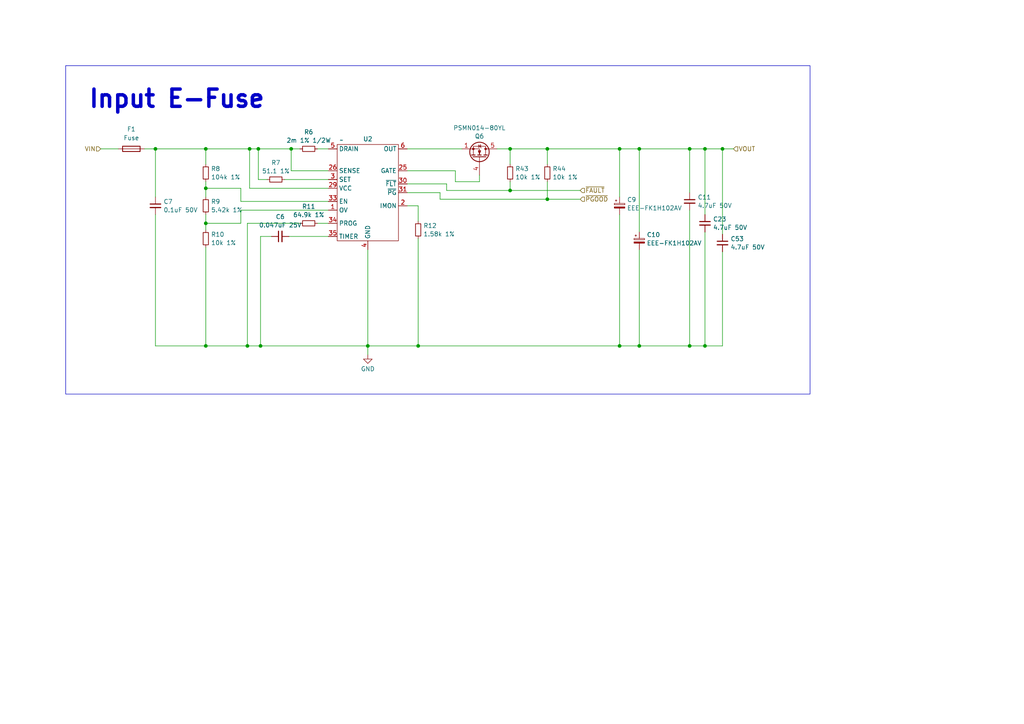
<source format=kicad_sch>
(kicad_sch (version 20230121) (generator eeschema)
  (paper "A4")
  (lib_symbols
    (symbol "Custom Parts:PSMN014-80YL" (pin_names (offset 0) hide)
      (property "Reference" "Q" (at 6.35 2.54 0))
      (property "Value" "PSMN014-80YL" (at 12.7 0 0))
      (symbol "PSMN014-80YL_1_1"
        (polyline (pts (xy -1.27 0) (xy 0.254 0)))
        (polyline (pts (xy 0.762 -1.778) (xy 2.54 -1.778)))
        (polyline (pts (xy 0.762 -1.27) (xy 0.762 -2.286)) (stroke (width 0.254)))
        (polyline (pts (xy 0.762 0) (xy 2.54 0)))
        (polyline (pts (xy 0.762 0.508) (xy 0.762 -0.508)) (stroke (width 0.254)))
        (polyline (pts (xy 0.762 1.778) (xy 2.54 1.778)))
        (polyline (pts (xy 0.762 2.286) (xy 0.762 1.27)) (stroke (width 0.254)))
        (polyline (pts (xy 2.54 -1.778) (xy 2.54 -2.54)))
        (polyline (pts (xy 2.54 -1.778) (xy 2.54 0)))
        (polyline (pts (xy 2.54 2.54) (xy 2.54 1.778)))
        (polyline (pts (xy 0.254 1.905) (xy 0.254 -1.905) (xy 0.254 -1.905)) (stroke (width 0.254)))
        (polyline (pts (xy 1.016 0) (xy 2.032 0.381) (xy 2.032 -0.381) (xy 1.016 0)) (fill (type outline)))
        (polyline (pts (xy 2.54 -1.778) (xy 3.302 -1.778) (xy 3.302 1.778) (xy 2.54 1.778)))
        (polyline (pts (xy 2.794 0.508) (xy 2.921 0.381) (xy 3.683 0.381) (xy 3.81 0.254)))
        (polyline (pts (xy 3.302 0.381) (xy 2.921 -0.254) (xy 3.683 -0.254) (xy 3.302 0.381)))
        (circle (center 1.651 0) (radius 2.8194) (stroke (width 0.254)))
        (circle (center 2.54 -1.778) (radius 0.2794) (fill (type outline)))
        (circle (center 2.54 1.778) (radius 0.2794) (fill (type outline)))
        (pin passive line (at 2.54 -5.08 90) (length 2.54) (name "S") (number "1"))
        (pin passive line (at 2.54 -5.08 90) (length 2.54) hide (name "S") (number "2"))
        (pin passive line (at 2.54 -5.08 90) (length 2.54) hide (name "S") (number "3"))
        (pin passive line (at -5.08 0 0) (length 3.81) (name "G") (number "4"))
        (pin passive line (at 2.54 5.08 270) (length 2.54) (name "D") (number "5"))
      )
    )
    (symbol "Custom Parts:TPS24751RUVR"
      (property "Reference" "U" (at -7.62 15.24 0))
      (symbol "TPS24751RUVR_0_1"
        (polyline (pts (xy -8.89 13.97) (xy -8.89 -13.97) (xy 8.89 -13.97) (xy 8.89 13.97) (xy -8.89 13.97)))
      )
      (symbol "TPS24751RUVR_1_1"
        (pin input line (at -11.43 -5.08 0) (length 2.54) (name "OV") (number "1"))
        (pin input line (at 11.43 12.7 180) (length 2.54) hide (name "OUT") (number "10"))
        (pin input line (at 11.43 12.7 180) (length 2.54) hide (name "OUT") (number "11"))
        (pin input line (at 11.43 12.7 180) (length 2.54) hide (name "OUT") (number "12"))
        (pin input line (at 11.43 12.7 180) (length 2.54) hide (name "OUT") (number "13"))
        (pin input line (at -11.43 12.7 0) (length 2.54) hide (name "DRAIN") (number "14"))
        (pin input line (at -11.43 12.7 0) (length 2.54) hide (name "DRAIN") (number "15"))
        (pin input line (at -11.43 12.7 0) (length 2.54) hide (name "DRAIN") (number "16"))
        (pin input line (at -11.43 12.7 0) (length 2.54) hide (name "DRAIN") (number "17"))
        (pin input line (at -11.43 12.7 0) (length 2.54) hide (name "DRAIN") (number "18"))
        (pin input line (at 11.43 12.7 180) (length 2.54) hide (name "OUT") (number "19"))
        (pin input line (at 11.43 -3.81 180) (length 2.54) (name "IMON") (number "2"))
        (pin input line (at 11.43 12.7 180) (length 2.54) hide (name "OUT") (number "20"))
        (pin input line (at 11.43 12.7 180) (length 2.54) hide (name "OUT") (number "21"))
        (pin input line (at 11.43 12.7 180) (length 2.54) hide (name "OUT") (number "22"))
        (pin input line (at 11.43 12.7 180) (length 2.54) hide (name "OUT") (number "23"))
        (pin input line (at 11.43 12.7 180) (length 2.54) hide (name "OUT") (number "24"))
        (pin input line (at 11.43 6.35 180) (length 2.54) (name "GATE") (number "25"))
        (pin input line (at -11.43 6.35 0) (length 2.54) (name "SENSE") (number "26"))
        (pin input line (at -11.43 12.7 0) (length 2.54) hide (name "DRAIN") (number "27"))
        (pin input line (at 0 -16.51 90) (length 2.54) hide (name "GND") (number "28"))
        (pin input line (at -11.43 1.27 0) (length 2.54) (name "VCC") (number "29"))
        (pin input line (at -11.43 3.81 0) (length 2.54) (name "SET") (number "3"))
        (pin input line (at 11.43 2.54 180) (length 2.54) (name "~{FLT}") (number "30"))
        (pin input line (at 11.43 0 180) (length 2.54) (name "~{PG}") (number "31"))
        (pin input line (at 0 -16.51 90) (length 2.54) hide (name "GND") (number "32"))
        (pin input line (at -11.43 -2.54 0) (length 2.54) (name "EN") (number "33"))
        (pin input line (at -11.43 -8.89 0) (length 2.54) (name "PROG") (number "34"))
        (pin input line (at -11.43 -12.7 0) (length 2.54) (name "TIMER") (number "35"))
        (pin input line (at 0 -16.51 90) (length 2.54) hide (name "GND") (number "36"))
        (pin input line (at 0 -16.51 90) (length 2.54) hide (name "GND") (number "37"))
        (pin input line (at -11.43 12.7 0) (length 2.54) hide (name "DRAIN") (number "38"))
        (pin input line (at 0 -16.51 90) (length 2.54) (name "GND") (number "4"))
        (pin input line (at -11.43 12.7 0) (length 2.54) (name "DRAIN") (number "5"))
        (pin input line (at 11.43 12.7 180) (length 2.54) (name "OUT") (number "6"))
        (pin input line (at 11.43 12.7 180) (length 2.54) hide (name "OUT") (number "7"))
        (pin input line (at 11.43 12.7 180) (length 2.54) hide (name "OUT") (number "8"))
        (pin input line (at 11.43 12.7 180) (length 2.54) hide (name "OUT") (number "9"))
      )
    )
    (symbol "Device:C_Polarized_Small" (pin_numbers hide) (pin_names (offset 0.254) hide)
      (property "Reference" "C" (at 0.254 1.778 0))
      (property "Value" "C_Polarized_Small" (at 0.254 -2.032 0))
      (symbol "C_Polarized_Small_0_1"
        (rectangle (start -1.524 -0.3048) (end 1.524 -0.6858) (fill (type outline)))
        (rectangle (start -1.524 0.6858) (end 1.524 0.3048))
        (polyline (pts (xy -1.27 1.524) (xy -0.762 1.524)))
        (polyline (pts (xy -1.016 1.27) (xy -1.016 1.778)))
      )
      (symbol "C_Polarized_Small_1_1"
        (pin passive line (at 0 2.54 270) (length 1.8542) (name "~") (number "1"))
        (pin passive line (at 0 -2.54 90) (length 1.8542) (name "~") (number "2"))
      )
    )
    (symbol "Device:C_Small" (pin_numbers hide) (pin_names (offset 0.254) hide)
      (property "Reference" "C" (at 0.254 1.778 0))
      (property "Value" "C_Small" (at 0.254 -2.032 0))
      (symbol "C_Small_0_1"
        (polyline (pts (xy -1.524 -0.508) (xy 1.524 -0.508)) (stroke (width 0.3302)))
        (polyline (pts (xy -1.524 0.508) (xy 1.524 0.508)) (stroke (width 0.3048)))
      )
      (symbol "C_Small_1_1"
        (pin passive line (at 0 2.54 270) (length 2.032) (name "~") (number "1"))
        (pin passive line (at 0 -2.54 90) (length 2.032) (name "~") (number "2"))
      )
    )
    (symbol "Device:Fuse" (pin_numbers hide) (pin_names (offset 0))
      (property "Reference" "F" (at 2.032 0 90))
      (property "Value" "Fuse" (at -1.905 0 90))
      (symbol "Fuse_0_1"
        (rectangle (start -0.762 -2.54) (end 0.762 2.54) (stroke (width 0.254)))
        (polyline (pts (xy 0 2.54) (xy 0 -2.54)))
      )
      (symbol "Fuse_1_1"
        (pin passive line (at 0 3.81 270) (length 1.27) (name "~") (number "1"))
        (pin passive line (at 0 -3.81 90) (length 1.27) (name "~") (number "2"))
      )
    )
    (symbol "Device:R_Small" (pin_numbers hide) (pin_names (offset 0.254) hide)
      (property "Reference" "R" (at 0.762 0.508 0))
      (property "Value" "R_Small" (at 0.762 -1.016 0))
      (symbol "R_Small_0_1"
        (rectangle (start -0.762 1.778) (end 0.762 -1.778) (stroke (width 0.2032)))
      )
      (symbol "R_Small_1_1"
        (pin passive line (at 0 2.54 270) (length 0.762) (name "~") (number "1"))
        (pin passive line (at 0 -2.54 90) (length 0.762) (name "~") (number "2"))
      )
    )
    (symbol "power:GND" (power) (pin_names (offset 0))
      (property "Value" "GND" (at 0 -3.81 0))
      (symbol "GND_0_1"
        (polyline (pts (xy 0 0) (xy 0 -1.27) (xy 1.27 -1.27) (xy 0 -2.54) (xy -1.27 -1.27) (xy 0 -1.27)))
      )
      (symbol "GND_1_1"
        (pin power_in line (at 0 0 270) (length 0) hide (name "GND") (number "1"))
      )
    )
  )
  (junction (at 158.75 43.18))
  (junction (at 71.755 100.33))
  (junction (at 45.085 43.18))
  (junction (at 84.455 43.18))
  (junction (at 59.69 54.61))
  (junction (at 209.55 43.18))
  (junction (at 179.705 100.33))
  (junction (at 75.565 100.33))
  (junction (at 185.42 43.18))
  (junction (at 74.93 43.18))
  (junction (at 200.025 43.18))
  (junction (at 204.47 100.33))
  (junction (at 121.285 100.33))
  (junction (at 179.705 43.18))
  (junction (at 204.47 43.18))
  (junction (at 59.69 100.33))
  (junction (at 185.42 100.33))
  (junction (at 158.75 57.785))
  (junction (at 59.69 43.18))
  (junction (at 72.39 43.18))
  (junction (at 147.955 55.245))
  (junction (at 147.955 43.18))
  (junction (at 200.025 100.33))
  (junction (at 59.69 64.77))
  (junction (at 106.68 100.33))
  (wire (pts (xy 69.85 58.42) (xy 69.85 54.61)))
  (wire (pts (xy 77.47 52.07) (xy 74.93 52.07)))
  (wire (pts (xy 41.91 43.18) (xy 45.085 43.18)))
  (wire (pts (xy 204.47 100.33) (xy 209.55 100.33)))
  (wire (pts (xy 106.68 72.39) (xy 106.68 100.33)))
  (wire (pts (xy 86.995 64.77) (xy 71.755 64.77)))
  (wire (pts (xy 95.25 49.53) (xy 84.455 49.53)))
  (wire (pts (xy 84.455 49.53) (xy 84.455 43.18)))
  (wire (pts (xy 69.85 60.96) (xy 69.85 64.77)))
  (wire (pts (xy 132.08 52.705) (xy 132.08 49.53)))
  (wire (pts (xy 200.025 60.96) (xy 200.025 100.33)))
  (wire (pts (xy 147.955 43.18) (xy 158.75 43.18)))
  (wire (pts (xy 185.42 43.18) (xy 185.42 67.31)))
  (wire (pts (xy 74.93 43.18) (xy 74.93 52.07)))
  (wire (pts (xy 121.285 59.69) (xy 118.11 59.69)))
  (wire (pts (xy 95.25 60.96) (xy 69.85 60.96)))
  (wire (pts (xy 127.635 57.785) (xy 127.635 55.88)))
  (wire (pts (xy 185.42 43.18) (xy 200.025 43.18)))
  (wire (pts (xy 209.55 43.18) (xy 209.55 67.945)))
  (wire (pts (xy 158.75 57.785) (xy 127.635 57.785)))
  (wire (pts (xy 75.565 100.33) (xy 71.755 100.33)))
  (wire (pts (xy 95.25 54.61) (xy 72.39 54.61)))
  (wire (pts (xy 84.455 43.18) (xy 86.995 43.18)))
  (wire (pts (xy 204.47 67.31) (xy 204.47 100.33)))
  (wire (pts (xy 147.955 55.245) (xy 147.955 52.705)))
  (wire (pts (xy 45.085 43.18) (xy 45.085 57.15)))
  (wire (pts (xy 158.75 43.18) (xy 179.705 43.18)))
  (wire (pts (xy 179.705 43.18) (xy 179.705 57.15)))
  (wire (pts (xy 204.47 43.18) (xy 204.47 62.23)))
  (wire (pts (xy 185.42 100.33) (xy 200.025 100.33)))
  (wire (pts (xy 179.705 62.23) (xy 179.705 100.33)))
  (wire (pts (xy 185.42 72.39) (xy 185.42 100.33)))
  (wire (pts (xy 29.21 43.18) (xy 34.29 43.18)))
  (wire (pts (xy 59.69 54.61) (xy 59.69 57.15)))
  (wire (pts (xy 158.75 57.785) (xy 168.275 57.785)))
  (wire (pts (xy 106.68 100.33) (xy 75.565 100.33)))
  (wire (pts (xy 106.68 100.33) (xy 121.285 100.33)))
  (wire (pts (xy 179.705 43.18) (xy 185.42 43.18)))
  (wire (pts (xy 59.69 43.18) (xy 59.69 47.625)))
  (wire (pts (xy 121.285 100.33) (xy 179.705 100.33)))
  (wire (pts (xy 59.69 64.77) (xy 59.69 66.675)))
  (wire (pts (xy 69.85 54.61) (xy 59.69 54.61)))
  (wire (pts (xy 45.085 62.23) (xy 45.085 100.33)))
  (wire (pts (xy 59.69 62.23) (xy 59.69 64.77)))
  (wire (pts (xy 95.25 58.42) (xy 69.85 58.42)))
  (wire (pts (xy 139.065 52.705) (xy 132.08 52.705)))
  (wire (pts (xy 179.705 100.33) (xy 185.42 100.33)))
  (wire (pts (xy 204.47 43.18) (xy 209.55 43.18)))
  (wire (pts (xy 209.55 73.025) (xy 209.55 100.33)))
  (wire (pts (xy 92.075 64.77) (xy 95.25 64.77)))
  (wire (pts (xy 72.39 43.18) (xy 74.93 43.18)))
  (wire (pts (xy 118.11 43.18) (xy 133.985 43.18)))
  (wire (pts (xy 71.755 100.33) (xy 59.69 100.33)))
  (wire (pts (xy 69.85 64.77) (xy 59.69 64.77)))
  (wire (pts (xy 72.39 54.61) (xy 72.39 43.18)))
  (wire (pts (xy 75.565 68.58) (xy 75.565 100.33)))
  (wire (pts (xy 200.025 43.18) (xy 204.47 43.18)))
  (wire (pts (xy 92.075 43.18) (xy 95.25 43.18)))
  (wire (pts (xy 129.54 53.34) (xy 129.54 55.245)))
  (wire (pts (xy 74.93 43.18) (xy 84.455 43.18)))
  (wire (pts (xy 209.55 43.18) (xy 212.725 43.18)))
  (wire (pts (xy 83.82 68.58) (xy 95.25 68.58)))
  (wire (pts (xy 59.69 43.18) (xy 72.39 43.18)))
  (wire (pts (xy 121.285 100.33) (xy 121.285 69.215)))
  (wire (pts (xy 147.955 43.18) (xy 147.955 47.625)))
  (wire (pts (xy 132.08 49.53) (xy 118.11 49.53)))
  (wire (pts (xy 158.75 52.705) (xy 158.75 57.785)))
  (wire (pts (xy 45.085 43.18) (xy 59.69 43.18)))
  (wire (pts (xy 59.69 52.705) (xy 59.69 54.61)))
  (wire (pts (xy 82.55 52.07) (xy 95.25 52.07)))
  (wire (pts (xy 78.74 68.58) (xy 75.565 68.58)))
  (wire (pts (xy 200.025 43.18) (xy 200.025 55.88)))
  (wire (pts (xy 121.285 64.135) (xy 121.285 59.69)))
  (wire (pts (xy 59.69 71.755) (xy 59.69 100.33)))
  (wire (pts (xy 71.755 64.77) (xy 71.755 100.33)))
  (wire (pts (xy 200.025 100.33) (xy 204.47 100.33)))
  (wire (pts (xy 147.955 55.245) (xy 168.275 55.245)))
  (wire (pts (xy 127.635 55.88) (xy 118.11 55.88)))
  (wire (pts (xy 118.11 53.34) (xy 129.54 53.34)))
  (wire (pts (xy 129.54 55.245) (xy 147.955 55.245)))
  (wire (pts (xy 158.75 43.18) (xy 158.75 47.625)))
  (wire (pts (xy 45.085 100.33) (xy 59.69 100.33)))
  (wire (pts (xy 139.065 50.8) (xy 139.065 52.705)))
  (wire (pts (xy 106.68 100.33) (xy 106.68 102.87)))
  (wire (pts (xy 144.145 43.18) (xy 147.955 43.18)))
  (rectangle (start 19.05 19.05) (end 234.95 114.3))
  (text "Input E-Fuse" (at 25.4 31.75 0) (effects (font (size 5 5) bold) (justify left bottom)))
  (hierarchical_label "~{FAULT}" (shape input) (at 168.275 55.245 0))
  (hierarchical_label "VOUT" (shape input) (at 212.725 43.18 0))
  (hierarchical_label "~{PGOOD}" (shape input) (at 168.275 57.785 0))
  (hierarchical_label "VIN" (shape input) (at 29.21 43.18 180))
  (symbol (lib_id "Device:C_Small") (at 209.55 70.485 0) (unit 1)
    (property "Reference" "C53" (at 211.8741 69.2792 0) (effects (justify left)))
    (property "Value" "4.7uF 50V" (at 211.8741 71.7034 0) (effects (justify left)))
    (property "Footprint" "Capacitor_SMD:C_0805_2012Metric" (effects hide))
    (instances (project "bilge-vacuum" (path "" (reference "C53") (unit 1)) (path "" (reference "C19") (unit 1))))
  )
  (symbol (lib_id "Device:C_Small") (at 204.47 64.77 0) (unit 1)
    (property "Reference" "C23" (at 206.7941 63.5642 0) (effects (justify left)))
    (property "Value" "4.7uF 50V" (at 206.7941 65.9884 0) (effects (justify left)))
    (property "Footprint" "Capacitor_SMD:C_0805_2012Metric" (effects hide))
    (instances (project "bilge-vacuum" (path "" (reference "C23") (unit 1)) (path "" (reference "C18") (unit 1))))
  )
  (symbol (lib_id "Custom Parts:TPS24751RUVR") (at 106.68 55.88 0) (unit 1)
    (property "Reference" "U2" (at 106.68 40.3169 0))
    (property "Value" "~" (at 99.06 40.64 0))
    (property "Footprint" "Custom Parts:VQFN-36" (effects hide))
    (instances (project "bilge-vacuum" (path "" (reference "U2") (unit 1)) (path "" (reference "U5") (unit 1))))
  )
  (symbol (lib_id "Device:R_Small") (at 158.75 50.165 180) (unit 1)
    (property "Reference" "R44" (at 160.2486 48.9529 0) (effects (justify right)))
    (property "Value" "10k 1%" (at 160.2486 51.3771 0) (effects (justify right)))
    (property "Footprint" "Resistor_SMD:R_0805_2012Metric" (effects hide))
    (instances (project "bilge-vacuum" (path "" (reference "R44") (unit 1)) (path "" (reference "R30") (unit 1))))
  )
  (symbol (lib_id "Device:R_Small") (at 59.69 69.215 180) (unit 1)
    (property "Reference" "R10" (at 61.1886 68.0029 0) (effects (justify right)))
    (property "Value" "10k 1%" (at 61.1886 70.4271 0) (effects (justify right)))
    (property "Footprint" "Resistor_SMD:R_0805_2012Metric" (effects hide))
    (instances (project "bilge-vacuum" (path "" (reference "R10") (unit 1)) (path "" (reference "R16") (unit 1))))
  )
  (symbol (lib_id "Device:C_Polarized_Small") (at 185.42 69.85 0) (unit 1)
    (property "Reference" "C10" (at 187.579 68.0918 0) (effects (justify left)))
    (property "Value" "EEE-FK1H102AV" (at 187.579 70.516 0) (effects (justify left)))
    (property "Footprint" "Custom Parts:Panasonic - J - Vibe" (effects hide))
    (instances (project "bilge-vacuum" (path "" (reference "C10") (unit 1)) (path "" (reference "C16") (unit 1))))
  )
  (symbol (lib_id "Device:R_Small") (at 59.69 50.165 180) (unit 1)
    (property "Reference" "R8" (at 61.1886 48.9529 0) (effects (justify right)))
    (property "Value" "104k 1%" (at 61.1886 51.3771 0) (effects (justify right)))
    (property "Footprint" "Resistor_SMD:R_0805_2012Metric" (effects hide))
    (instances (project "bilge-vacuum" (path "" (reference "R8") (unit 1)) (path "" (reference "R14") (unit 1))))
  )
  (symbol (lib_id "Device:R_Small") (at 59.69 59.69 180) (unit 1)
    (property "Reference" "R9" (at 61.1886 58.4779 0) (effects (justify right)))
    (property "Value" "5.42k 1%" (at 61.1886 60.9021 0) (effects (justify right)))
    (property "Footprint" "Resistor_SMD:R_0805_2012Metric" (effects hide))
    (instances (project "bilge-vacuum" (path "" (reference "R9") (unit 1)) (path "" (reference "R15") (unit 1))))
  )
  (symbol (lib_id "Device:Fuse") (at 38.1 43.18 90) (unit 1)
    (property "Reference" "F1" (at 38.1 37.465 90))
    (property "Value" "Fuse" (at 38.1 40.005 90))
    (property "Footprint" "Custom Parts:Keystone-3568" (effects hide))
  )
  (symbol (lib_id "power:GND") (at 106.68 102.87 0) (unit 1)
    (property "Reference" "#PWR010" (effects hide))
    (property "Value" "GND" (at 106.68 107.0031 0))
  )
  (symbol (lib_id "Device:R_Small") (at 89.535 64.77 90) (unit 1)
    (property "Reference" "R11" (at 89.535 59.8891 90))
    (property "Value" "64.9k 1%" (at 89.535 62.3133 90))
    (property "Footprint" "Resistor_SMD:R_0805_2012Metric" (effects hide))
    (instances (project "bilge-vacuum" (path "" (reference "R11") (unit 1)) (path "" (reference "R19") (unit 1))))
  )
  (symbol (lib_id "Custom Parts:PSMN014-80YL") (at 139.065 45.72 270) (mirror x) (unit 1)
    (property "Reference" "Q6" (at 139.065 39.5295 90))
    (property "Value" "PSMN014-80YL" (at 139.065 37.1053 90))
    (property "Footprint" "Package_TO_SOT_SMD:LFPAK56" (effects hide))
    (property "Datasheet" "https://assets.nexperia.com/documents/data-sheet/PSMN5R2-60YL.pdf" (effects hide))
    (instances (project "bilge-vacuum" (path "" (reference "Q6") (unit 1)) (path "" (reference "Q1") (unit 1))))
  )
  (symbol (lib_id "Device:R_Small") (at 147.955 50.165 180) (unit 1)
    (property "Reference" "R43" (at 149.4536 48.9529 0) (effects (justify right)))
    (property "Value" "10k 1%" (at 149.4536 51.3771 0) (effects (justify right)))
    (property "Footprint" "Resistor_SMD:R_0805_2012Metric" (effects hide))
    (instances (project "bilge-vacuum" (path "" (reference "R43") (unit 1)) (path "" (reference "R29") (unit 1))))
  )
  (symbol (lib_id "Device:R_Small") (at 89.535 43.18 90) (unit 1)
    (property "Reference" "R6" (at 89.535 38.2991 90))
    (property "Value" "2m 1% 1/2W" (at 89.535 40.7233 90))
    (property "Footprint" "Resistor_SMD:R_1206_3216Metric" (effects hide))
    (instances (project "bilge-vacuum" (path "" (reference "R6") (unit 1)) (path "" (reference "R18") (unit 1))))
  )
  (symbol (lib_id "Device:R_Small") (at 80.01 52.07 90) (unit 1)
    (property "Reference" "R7" (at 80.01 47.1891 90))
    (property "Value" "51.1 1%" (at 80.01 49.6133 90))
    (property "Footprint" "Resistor_SMD:R_0805_2012Metric" (effects hide))
    (instances (project "bilge-vacuum" (path "" (reference "R7") (unit 1)) (path "" (reference "R17") (unit 1))))
  )
  (symbol (lib_id "Device:C_Polarized_Small") (at 179.705 59.69 0) (unit 1)
    (property "Reference" "C9" (at 181.864 57.9318 0) (effects (justify left)))
    (property "Value" "EEE-FK1H102AV" (at 181.864 60.356 0) (effects (justify left)))
    (property "Footprint" "Custom Parts:Panasonic - J - Vibe" (effects hide))
    (instances (project "bilge-vacuum" (path "" (reference "C9") (unit 1)) (path "" (reference "C15") (unit 1))))
  )
  (symbol (lib_id "Device:R_Small") (at 121.285 66.675 180) (unit 1)
    (property "Reference" "R12" (at 122.7836 65.4629 0) (effects (justify right)))
    (property "Value" "1.58k 1%" (at 122.7836 67.8871 0) (effects (justify right)))
    (property "Footprint" "Resistor_SMD:R_0805_2012Metric" (effects hide))
    (instances (project "bilge-vacuum" (path "" (reference "R12") (unit 1)) (path "" (reference "R28") (unit 1))))
  )
  (symbol (lib_id "Device:C_Small") (at 200.025 58.42 0) (unit 1)
    (property "Reference" "C11" (at 202.3491 57.2142 0) (effects (justify left)))
    (property "Value" "4.7uF 50V" (at 202.3491 59.6384 0) (effects (justify left)))
    (property "Footprint" "Capacitor_SMD:C_0805_2012Metric" (effects hide))
    (instances (project "bilge-vacuum" (path "" (reference "C11") (unit 1)) (path "" (reference "C17") (unit 1))))
  )
  (symbol (lib_id "Device:C_Small") (at 45.085 59.69 0) (unit 1)
    (property "Reference" "C7" (at 47.4091 58.4842 0) (effects (justify left)))
    (property "Value" "0.1uF 50V" (at 47.4091 60.9084 0) (effects (justify left)))
    (property "Footprint" "Capacitor_SMD:C_0805_2012Metric" (effects hide))
    (instances (project "bilge-vacuum" (path "" (reference "C7") (unit 1)) (path "" (reference "C13") (unit 1))))
  )
  (symbol (lib_id "Device:C_Small") (at 81.28 68.58 90) (unit 1)
    (property "Reference" "C6" (at 81.2863 62.8736 90))
    (property "Value" "0.047uF 25V" (at 81.2863 65.2978 90))
    (property "Footprint" "Capacitor_SMD:C_0805_2012Metric" (effects hide))
    (instances (project "bilge-vacuum" (path "" (reference "C6") (unit 1)) (path "" (reference "C14") (unit 1))))
  )
)
</source>
